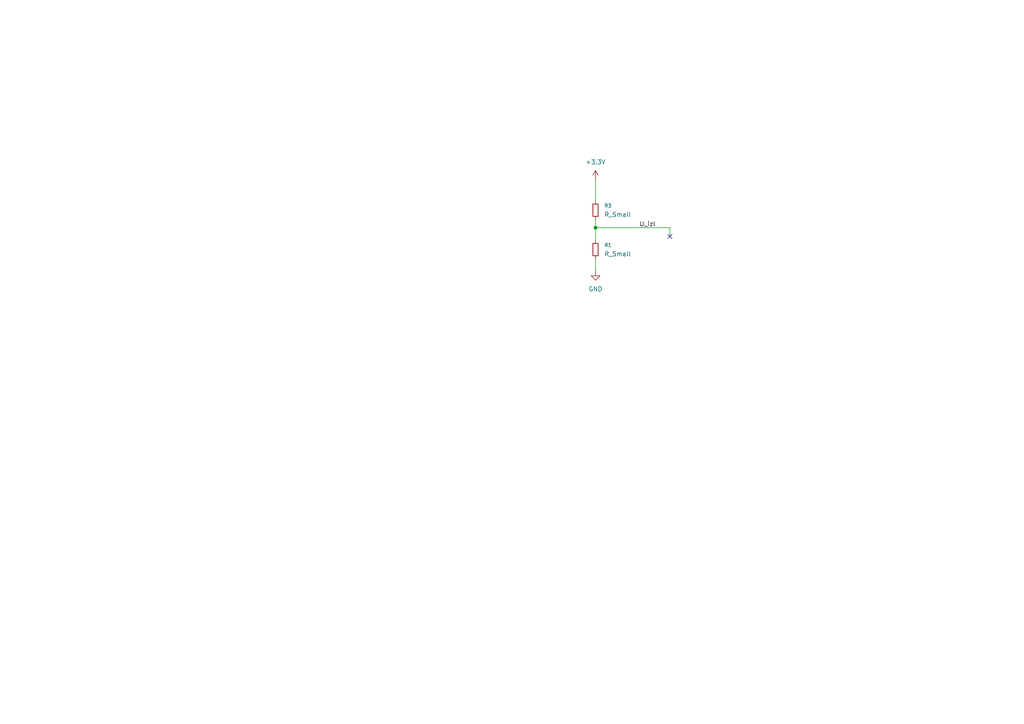
<source format=kicad_sch>
(kicad_sch (version 20250114) (generator "eeschema") (generator_version "9.0")
  (paper "A4")
  (title_block (title "BCD brojač") (date "2025-10-21") (rev "0") (company "TVZ - Tehničko veleučilište u Zagreb") (comment 1 "izradio: Leon Dovšak"))
  (lib_symbols
    (symbol "Device:R_Small" (pin_numbers (hide yes)) (pin_names (offset 0.254) (hide yes))
      (property "Reference" "R" (at 0 0 90))
      (property "Value" "R_Small" (at 1.778 0 90))
      (symbol "R_Small_0_1"
        (rectangle (start -0.762 1.778) (end 0.762 -1.778) (stroke (width 0.2032)))
      )
      (symbol "R_Small_1_1"
        (pin passive line (at 0 2.54 270) (length 0.762) (name "~") (number "1"))
        (pin passive line (at 0 -2.54 90) (length 0.762) (name "~") (number "2"))
      )
    )
    (symbol "power:+3.3V" (power) (pin_numbers (hide yes)) (pin_names (offset 0) (hide yes))
      (property "Value" "+3.3V" (at 0 3.556 0))
      (symbol "+3.3V_0_1"
        (polyline (pts (xy -0.762 1.27) (xy 0 2.54)))
        (polyline (pts (xy 0 2.54) (xy 0.762 1.27)))
        (polyline (pts (xy 0 0) (xy 0 2.54)))
      )
      (symbol "+3.3V_1_1"
        (pin power_in line (at 0 0 90) (length 0) (name "~") (number "1"))
      )
    )
    (symbol "power:GND" (power) (pin_numbers (hide yes)) (pin_names (offset 0) (hide yes))
      (property "Value" "GND" (at 0 -3.81 0))
      (symbol "GND_0_1"
        (polyline (pts (xy 0 0) (xy 0 -1.27) (xy 1.27 -1.27) (xy 0 -2.54) (xy -1.27 -1.27) (xy 0 -1.27)))
      )
      (symbol "GND_1_1"
        (pin power_in line (at 0 0 270) (length 0) (name "~") (number "1"))
      )
    )
  )
  (junction (at 172.72 66.04))
  (no_connect (at 194.31 68.58))
  (wire (pts (xy 172.72 74.93) (xy 172.72 78.74)))
  (wire (pts (xy 194.31 66.04) (xy 172.72 66.04)))
  (wire (pts (xy 194.31 68.58) (xy 194.31 66.04)))
  (wire (pts (xy 172.72 66.04) (xy 172.72 69.85)))
  (wire (pts (xy 172.72 63.5) (xy 172.72 66.04)))
  (wire (pts (xy 172.72 52.07) (xy 172.72 58.42)))
  (label "U_izl" (at 185.42 66.04 0))
  (symbol (lib_id "power:GND") (at 172.72 78.74 0) (unit 1)
    (property "Reference" "#PWR02" (effects (hide yes)))
    (property "Value" "GND" (at 172.72 83.82 0))
    (property "Description" "Power symbol creates a global label with name \"GND\" , ground" (effects (hide yes)))
  )
  (symbol (lib_id "power:+3.3V") (at 172.72 52.07 0) (unit 1)
    (property "Reference" "#PWR01" (effects (hide yes)))
    (property "Value" "+3.3V" (at 172.72 46.99 0))
    (property "Description" "Power symbol creates a global label with name \"+3.3V\"" (effects (hide yes)))
  )
  (symbol (lib_id "Device:R_Small") (at 172.72 60.96 180) (unit 1)
    (property "Reference" "R3" (at 175.26 59.6899 0) (effects (font (size 1.016 1.016)) (justify right)))
    (property "Value" "R_Small" (at 175.26 62.2299 0) (effects (justify right)))
    (property "Description" "Resistor, small symbol" (effects (hide yes)))
  )
  (symbol (lib_id "Device:R_Small") (at 172.72 72.39 0) (unit 1)
    (property "Reference" "R1" (at 175.26 71.1199 0) (effects (font (size 1.016 1.016)) (justify left)))
    (property "Value" "R_Small" (at 175.26 73.6599 0) (effects (justify left)))
    (property "Description" "Resistor, small symbol" (effects (hide yes)))
  )
)
</source>
